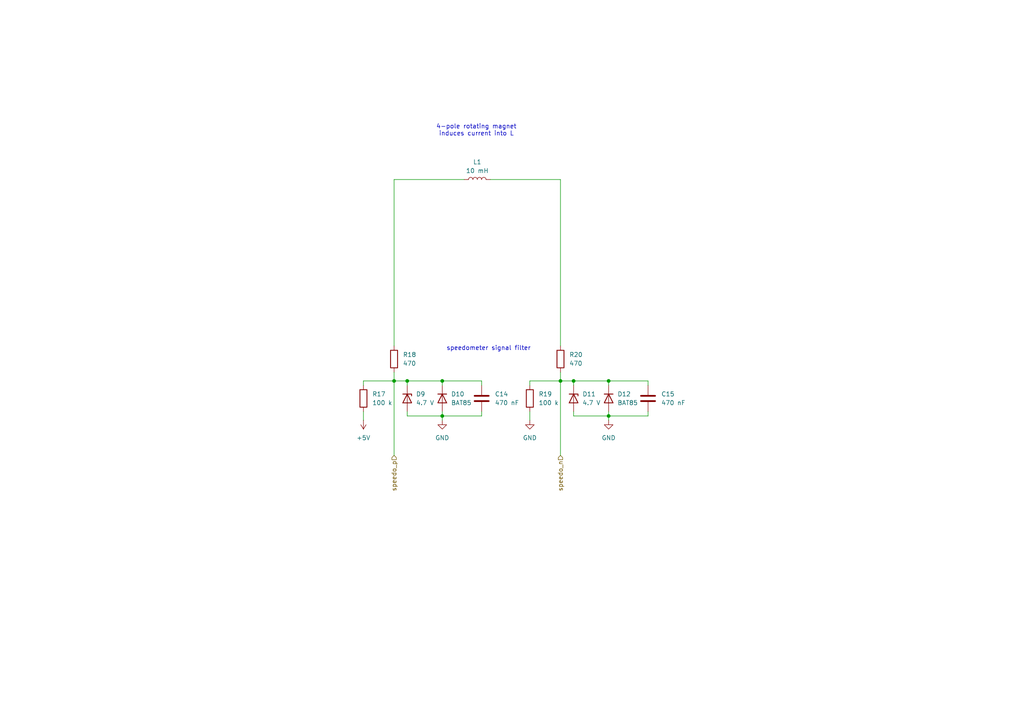
<source format=kicad_sch>
(kicad_sch (version 20250114) (generator "eeschema") (generator_version "9.0")
  (paper "A4")
  (title_block (title "Motor RPM controller - Motor speedometer input") (date "2025-09-01") (rev "1.0") (company "Michael Büsch <m@bues.ch>"))
  (lib_symbols
    (symbol "Device:C" (pin_numbers (hide yes)) (pin_names (offset 0.254))
      (property "Reference" "C" (at 0.635 2.54 0))
      (property "Value" "C" (at 0.635 -2.54 0))
      (symbol "C_0_1"
        (polyline (pts (xy -2.032 0.762) (xy 2.032 0.762)) (stroke (width 0.508)))
        (polyline (pts (xy -2.032 -0.762) (xy 2.032 -0.762)) (stroke (width 0.508)))
      )
      (symbol "C_1_1"
        (pin passive line (at 0 3.81 270) (length 2.794) (name "~") (number "1"))
        (pin passive line (at 0 -3.81 90) (length 2.794) (name "~") (number "2"))
      )
    )
    (symbol "Device:D" (pin_numbers (hide yes)) (pin_names (offset 1.016) (hide yes))
      (property "Reference" "D" (at 0 2.54 0))
      (property "Value" "D" (at 0 -2.54 0))
      (symbol "D_0_1"
        (polyline (pts (xy -1.27 1.27) (xy -1.27 -1.27)) (stroke (width 0.254)))
        (polyline (pts (xy 1.27 1.27) (xy 1.27 -1.27) (xy -1.27 0) (xy 1.27 1.27)) (stroke (width 0.254)))
        (polyline (pts (xy 1.27 0) (xy -1.27 0)))
      )
      (symbol "D_1_1"
        (pin passive line (at -3.81 0 0) (length 2.54) (name "K") (number "1"))
        (pin passive line (at 3.81 0 180) (length 2.54) (name "A") (number "2"))
      )
    )
    (symbol "Device:D_Zener" (pin_numbers (hide yes)) (pin_names (offset 1.016) (hide yes))
      (property "Reference" "D" (at 0 2.54 0))
      (property "Value" "D_Zener" (at 0 -2.54 0))
      (symbol "D_Zener_0_1"
        (polyline (pts (xy -1.27 -1.27) (xy -1.27 1.27) (xy -0.762 1.27)) (stroke (width 0.254)))
        (polyline (pts (xy 1.27 0) (xy -1.27 0)))
        (polyline (pts (xy 1.27 -1.27) (xy 1.27 1.27) (xy -1.27 0) (xy 1.27 -1.27)) (stroke (width 0.254)))
      )
      (symbol "D_Zener_1_1"
        (pin passive line (at -3.81 0 0) (length 2.54) (name "K") (number "1"))
        (pin passive line (at 3.81 0 180) (length 2.54) (name "A") (number "2"))
      )
    )
    (symbol "Device:L" (pin_numbers (hide yes)) (pin_names (offset 1.016) (hide yes))
      (property "Reference" "L" (at -1.27 0 90))
      (property "Value" "L" (at 1.905 0 90))
      (symbol "L_0_1"
        (arc (start 0 2.54) (mid 0.6323 1.905) (end 0 1.27))
        (arc (start 0 1.27) (mid 0.6323 0.635) (end 0 0))
        (arc (start 0 0) (mid 0.6323 -0.635) (end 0 -1.27))
        (arc (start 0 -1.27) (mid 0.6323 -1.905) (end 0 -2.54))
      )
      (symbol "L_1_1"
        (pin passive line (at 0 3.81 270) (length 1.27) (name "1") (number "1"))
        (pin passive line (at 0 -3.81 90) (length 1.27) (name "2") (number "2"))
      )
    )
    (symbol "Device:R" (pin_numbers (hide yes)) (pin_names (offset 0))
      (property "Reference" "R" (at 2.032 0 90))
      (property "Value" "R" (at 0 0 90))
      (symbol "R_0_1"
        (rectangle (start -1.016 -2.54) (end 1.016 2.54) (stroke (width 0.254)))
      )
      (symbol "R_1_1"
        (pin passive line (at 0 3.81 270) (length 1.27) (name "~") (number "1"))
        (pin passive line (at 0 -3.81 90) (length 1.27) (name "~") (number "2"))
      )
    )
    (symbol "power:+5V" (power) (pin_numbers (hide yes)) (pin_names (offset 0) (hide yes))
      (property "Value" "+5V" (at 0 3.556 0))
      (symbol "+5V_0_1"
        (polyline (pts (xy -0.762 1.27) (xy 0 2.54)))
        (polyline (pts (xy 0 2.54) (xy 0.762 1.27)))
        (polyline (pts (xy 0 0) (xy 0 2.54)))
      )
      (symbol "+5V_1_1"
        (pin power_in line (at 0 0 90) (length 0) (name "~") (number "1"))
      )
    )
    (symbol "power:GND" (power) (pin_numbers (hide yes)) (pin_names (offset 0) (hide yes))
      (property "Value" "GND" (at 0 -3.81 0))
      (symbol "GND_0_1"
        (polyline (pts (xy 0 0) (xy 0 -1.27) (xy 1.27 -1.27) (xy 0 -2.54) (xy -1.27 -1.27) (xy 0 -1.27)))
      )
      (symbol "GND_1_1"
        (pin power_in line (at 0 0 270) (length 0) (name "~") (number "1"))
      )
    )
  )
  (text "speedometer signal filter" (at 141.732 101.092 0) (effects (font (size 1.27 1.27))))
  (text "4-pole rotating magnet\ninduces current into L" (at 138.176 37.846 0) (effects (font (size 1.27 1.27))))
  (junction (at 176.53 120.65))
  (junction (at 128.27 120.65))
  (junction (at 114.3 110.49))
  (junction (at 176.53 110.49))
  (junction (at 118.11 110.49))
  (junction (at 162.56 110.49))
  (junction (at 166.37 110.49))
  (junction (at 128.27 110.49))
  (wire (pts (xy 118.11 111.76) (xy 118.11 110.49)))
  (wire (pts (xy 142.24 52.07) (xy 162.56 52.07)))
  (wire (pts (xy 187.96 120.65) (xy 176.53 120.65)))
  (wire (pts (xy 139.7 110.49) (xy 139.7 111.76)))
  (wire (pts (xy 166.37 119.38) (xy 166.37 120.65)))
  (wire (pts (xy 187.96 119.38) (xy 187.96 120.65)))
  (wire (pts (xy 162.56 110.49) (xy 166.37 110.49)))
  (wire (pts (xy 114.3 107.95) (xy 114.3 110.49)))
  (wire (pts (xy 162.56 110.49) (xy 162.56 132.08)))
  (wire (pts (xy 176.53 110.49) (xy 176.53 111.76)))
  (wire (pts (xy 114.3 110.49) (xy 114.3 132.08)))
  (wire (pts (xy 162.56 52.07) (xy 162.56 100.33)))
  (wire (pts (xy 166.37 111.76) (xy 166.37 110.49)))
  (wire (pts (xy 105.41 119.38) (xy 105.41 121.92)))
  (wire (pts (xy 176.53 110.49) (xy 187.96 110.49)))
  (wire (pts (xy 153.67 119.38) (xy 153.67 121.92)))
  (wire (pts (xy 162.56 110.49) (xy 153.67 110.49)))
  (wire (pts (xy 105.41 111.76) (xy 105.41 110.49)))
  (wire (pts (xy 118.11 120.65) (xy 128.27 120.65)))
  (wire (pts (xy 128.27 110.49) (xy 139.7 110.49)))
  (wire (pts (xy 187.96 110.49) (xy 187.96 111.76)))
  (wire (pts (xy 166.37 120.65) (xy 176.53 120.65)))
  (wire (pts (xy 139.7 120.65) (xy 128.27 120.65)))
  (wire (pts (xy 128.27 119.38) (xy 128.27 120.65)))
  (wire (pts (xy 105.41 110.49) (xy 114.3 110.49)))
  (wire (pts (xy 114.3 110.49) (xy 118.11 110.49)))
  (wire (pts (xy 118.11 119.38) (xy 118.11 120.65)))
  (wire (pts (xy 153.67 110.49) (xy 153.67 111.76)))
  (wire (pts (xy 118.11 110.49) (xy 128.27 110.49)))
  (wire (pts (xy 139.7 119.38) (xy 139.7 120.65)))
  (wire (pts (xy 114.3 52.07) (xy 134.62 52.07)))
  (wire (pts (xy 176.53 120.65) (xy 176.53 119.38)))
  (wire (pts (xy 128.27 120.65) (xy 128.27 121.92)))
  (wire (pts (xy 128.27 110.49) (xy 128.27 111.76)))
  (wire (pts (xy 176.53 120.65) (xy 176.53 121.92)))
  (wire (pts (xy 166.37 110.49) (xy 176.53 110.49)))
  (wire (pts (xy 114.3 52.07) (xy 114.3 100.33)))
  (wire (pts (xy 162.56 107.95) (xy 162.56 110.49)))
  (hierarchical_label "speedo_n" (shape input) (at 162.56 132.08 270))
  (hierarchical_label "speedo_p" (shape input) (at 114.3 132.08 270))
  (symbol (lib_id "power:GND") (at 128.27 121.92 0) (unit 1)
    (property "Reference" "#PWR022" (effects (hide yes)))
    (property "Value" "GND" (at 128.27 127 0))
    (property "Description" "Power symbol creates a global label with name \"GND\" , ground" (effects (hide yes)))
  )
  (symbol (lib_id "Device:D") (at 128.27 115.57 270) (unit 1)
    (property "Reference" "D10" (at 130.81 114.2999 90) (effects (justify left)))
    (property "Value" "BAT85" (at 130.81 116.8399 90) (effects (justify left)))
    (property "Description" "Diode" (effects (hide yes)))
    (property "Sim.Device" "D" (effects (hide yes)))
    (property "Sim.Pins" "1=K 2=A" (effects (hide yes)))
  )
  (symbol (lib_id "Device:C") (at 139.7 115.57 0) (unit 1)
    (property "Reference" "C14" (at 143.51 114.2999 0) (effects (justify left)))
    (property "Value" "470 nF" (at 143.51 116.8399 0) (effects (justify left)))
    (property "Description" "Unpolarized capacitor" (effects (hide yes)))
  )
  (symbol (lib_id "Device:D_Zener") (at 118.11 115.57 270) (unit 1)
    (property "Reference" "D9" (at 120.65 114.2999 90) (effects (justify left)))
    (property "Value" "4.7 V" (at 120.65 116.8399 90) (effects (justify left)))
    (property "Description" "Zener diode" (effects (hide yes)))
  )
  (symbol (lib_id "power:GND") (at 153.67 121.92 0) (unit 1)
    (property "Reference" "#PWR023" (effects (hide yes)))
    (property "Value" "GND" (at 153.67 127 0))
    (property "Description" "Power symbol creates a global label with name \"GND\" , ground" (effects (hide yes)))
  )
  (symbol (lib_id "Device:R") (at 105.41 115.57 180) (unit 1)
    (property "Reference" "R17" (at 107.95 114.2999 0) (effects (justify right)))
    (property "Value" "100 k" (at 107.95 116.8399 0) (effects (justify right)))
    (property "Description" "Resistor" (effects (hide yes)))
  )
  (symbol (lib_id "Device:D_Zener") (at 166.37 115.57 270) (unit 1)
    (property "Reference" "D11" (at 168.91 114.2999 90) (effects (justify left)))
    (property "Value" "4.7 V" (at 168.91 116.8399 90) (effects (justify left)))
    (property "Description" "Zener diode" (effects (hide yes)))
  )
  (symbol (lib_id "Device:R") (at 114.3 104.14 180) (unit 1)
    (property "Reference" "R18" (at 116.84 102.8699 0) (effects (justify right)))
    (property "Value" "470" (at 116.84 105.4099 0) (effects (justify right)))
    (property "Description" "Resistor" (effects (hide yes)))
  )
  (symbol (lib_id "Device:R") (at 162.56 104.14 180) (unit 1)
    (property "Reference" "R20" (at 165.1 102.8699 0) (effects (justify right)))
    (property "Value" "470" (at 165.1 105.4099 0) (effects (justify right)))
    (property "Description" "Resistor" (effects (hide yes)))
  )
  (symbol (lib_id "power:+5V") (at 105.41 121.92 180) (unit 1)
    (property "Reference" "#PWR021" (effects (hide yes)))
    (property "Value" "+5V" (at 105.41 127 0))
    (property "Description" "Power symbol creates a global label with name \"+5V\"" (effects (hide yes)))
  )
  (symbol (lib_id "Device:L") (at 138.43 52.07 90) (unit 1)
    (property "Reference" "L1" (at 138.43 46.99 90))
    (property "Value" "10 mH" (at 138.43 49.53 90))
    (property "Description" "Inductor" (effects (hide yes)))
  )
  (symbol (lib_id "Device:C") (at 187.96 115.57 0) (unit 1)
    (property "Reference" "C15" (at 191.77 114.2999 0) (effects (justify left)))
    (property "Value" "470 nF" (at 191.77 116.8399 0) (effects (justify left)))
    (property "Description" "Unpolarized capacitor" (effects (hide yes)))
  )
  (symbol (lib_id "Device:D") (at 176.53 115.57 270) (unit 1)
    (property "Reference" "D12" (at 179.07 114.2999 90) (effects (justify left)))
    (property "Value" "BAT85" (at 179.07 116.8399 90) (effects (justify left)))
    (property "Description" "Diode" (effects (hide yes)))
    (property "Sim.Device" "D" (effects (hide yes)))
    (property "Sim.Pins" "1=K 2=A" (effects (hide yes)))
  )
  (symbol (lib_id "Device:R") (at 153.67 115.57 180) (unit 1)
    (property "Reference" "R19" (at 156.21 114.2999 0) (effects (justify right)))
    (property "Value" "100 k" (at 156.21 116.8399 0) (effects (justify right)))
    (property "Description" "Resistor" (effects (hide yes)))
  )
  (symbol (lib_id "power:GND") (at 176.53 121.92 0) (unit 1)
    (property "Reference" "#PWR024" (effects (hide yes)))
    (property "Value" "GND" (at 176.53 127 0))
    (property "Description" "Power symbol creates a global label with name \"GND\" , ground" (effects (hide yes)))
  )
)
</source>
